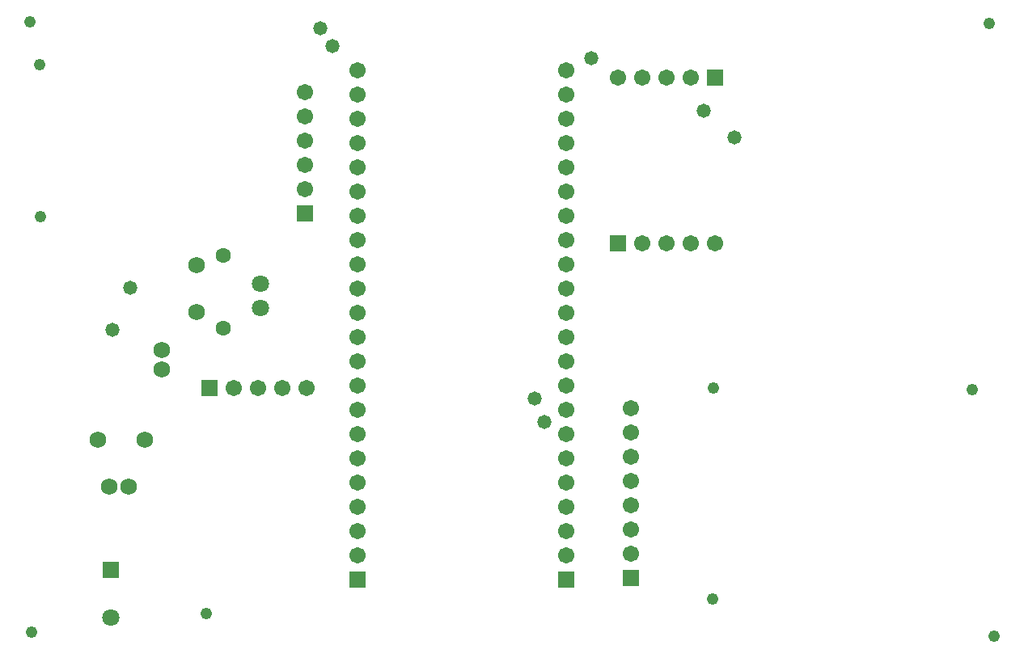
<source format=gbr>
G04*
G04 #@! TF.GenerationSoftware,Altium Limited,Altium Designer,22.4.2 (48)*
G04*
G04 Layer_Color=16711935*
%FSLAX25Y25*%
%MOIN*%
G70*
G04*
G04 #@! TF.SameCoordinates,35F994A0-CBEB-4DCB-B987-FA79AE394E82*
G04*
G04*
G04 #@! TF.FilePolarity,Negative*
G04*
G01*
G75*
%ADD21C,0.04800*%
%ADD22R,0.06706X0.06706*%
%ADD23C,0.06706*%
%ADD24R,0.06706X0.06706*%
%ADD25C,0.07099*%
%ADD26R,0.07099X0.07099*%
%ADD27C,0.06800*%
%ADD28C,0.06312*%
%ADD29C,0.05800*%
D21*
X282677Y361811D02*
D03*
X679921Y108268D02*
D03*
X670866Y210236D02*
D03*
X563779Y123622D02*
D03*
X564173Y210630D02*
D03*
X677953Y361024D02*
D03*
X283071Y110236D02*
D03*
X287008Y281496D02*
D03*
X286614Y344094D02*
D03*
X355118Y117618D02*
D03*
D22*
X503543Y131890D02*
D03*
X530315Y132441D02*
D03*
X417717Y131890D02*
D03*
X395768Y282697D02*
D03*
D23*
X503543Y141890D02*
D03*
Y151890D02*
D03*
Y161890D02*
D03*
Y171890D02*
D03*
Y181890D02*
D03*
Y191890D02*
D03*
Y201890D02*
D03*
Y211890D02*
D03*
Y221890D02*
D03*
Y231890D02*
D03*
Y241890D02*
D03*
Y251890D02*
D03*
Y261890D02*
D03*
Y271890D02*
D03*
Y281890D02*
D03*
Y291890D02*
D03*
Y301890D02*
D03*
Y311890D02*
D03*
Y321890D02*
D03*
Y331890D02*
D03*
Y341890D02*
D03*
X554882Y338583D02*
D03*
X544882D02*
D03*
X534882D02*
D03*
X524882D02*
D03*
X534882Y270472D02*
D03*
X544882D02*
D03*
X554882D02*
D03*
X564882D02*
D03*
X530315Y202441D02*
D03*
Y192441D02*
D03*
Y182441D02*
D03*
Y172441D02*
D03*
Y162441D02*
D03*
Y152441D02*
D03*
Y142441D02*
D03*
X396614Y210630D02*
D03*
X386614D02*
D03*
X376614D02*
D03*
X366614D02*
D03*
X417717Y341890D02*
D03*
Y331890D02*
D03*
Y321890D02*
D03*
Y311890D02*
D03*
Y301890D02*
D03*
Y291890D02*
D03*
Y281890D02*
D03*
Y271890D02*
D03*
Y261890D02*
D03*
Y251890D02*
D03*
Y241890D02*
D03*
Y231890D02*
D03*
Y221890D02*
D03*
Y211890D02*
D03*
Y201890D02*
D03*
Y191890D02*
D03*
Y181890D02*
D03*
Y171890D02*
D03*
Y161890D02*
D03*
Y151890D02*
D03*
Y141890D02*
D03*
X395768Y292697D02*
D03*
Y302697D02*
D03*
Y312697D02*
D03*
Y322697D02*
D03*
Y332697D02*
D03*
D24*
X564882Y338583D02*
D03*
X524882Y270472D02*
D03*
X356614Y210630D02*
D03*
D25*
X315774Y116059D02*
D03*
X377559Y253819D02*
D03*
Y243819D02*
D03*
D26*
X315774Y135744D02*
D03*
D27*
X337008Y226378D02*
D03*
Y218504D02*
D03*
X315381Y169996D02*
D03*
X323255D02*
D03*
X310656Y189287D02*
D03*
X329947D02*
D03*
X351181Y242126D02*
D03*
Y261417D02*
D03*
D28*
X362205Y235394D02*
D03*
Y265394D02*
D03*
D29*
X513779Y346850D02*
D03*
X572835Y314173D02*
D03*
X560236Y325197D02*
D03*
X407362Y351575D02*
D03*
X402362Y359055D02*
D03*
X324016Y251969D02*
D03*
X494488Y196850D02*
D03*
X490551Y206299D02*
D03*
X316535Y234646D02*
D03*
M02*

</source>
